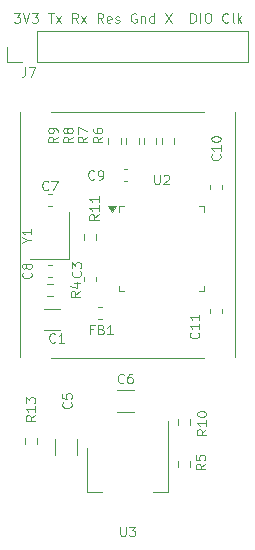
<source format=gbr>
%TF.GenerationSoftware,KiCad,Pcbnew,8.0.7-8.0.7-0~ubuntu22.04.1*%
%TF.CreationDate,2025-01-07T12:13:10+01:00*%
%TF.ProjectId,mcu_board,6d63755f-626f-4617-9264-2e6b69636164,rev?*%
%TF.SameCoordinates,Original*%
%TF.FileFunction,Legend,Top*%
%TF.FilePolarity,Positive*%
%FSLAX46Y46*%
G04 Gerber Fmt 4.6, Leading zero omitted, Abs format (unit mm)*
G04 Created by KiCad (PCBNEW 8.0.7-8.0.7-0~ubuntu22.04.1) date 2025-01-07 12:13:10*
%MOMM*%
%LPD*%
G01*
G04 APERTURE LIST*
%ADD10C,0.100000*%
%ADD11C,0.120000*%
G04 APERTURE END LIST*
D10*
X140384360Y-51363224D02*
X140898169Y-51363224D01*
X140898169Y-51363224D02*
X140621503Y-51679415D01*
X140621503Y-51679415D02*
X140740074Y-51679415D01*
X140740074Y-51679415D02*
X140819122Y-51718939D01*
X140819122Y-51718939D02*
X140858646Y-51758462D01*
X140858646Y-51758462D02*
X140898169Y-51837510D01*
X140898169Y-51837510D02*
X140898169Y-52035129D01*
X140898169Y-52035129D02*
X140858646Y-52114177D01*
X140858646Y-52114177D02*
X140819122Y-52153701D01*
X140819122Y-52153701D02*
X140740074Y-52193224D01*
X140740074Y-52193224D02*
X140502931Y-52193224D01*
X140502931Y-52193224D02*
X140423884Y-52153701D01*
X140423884Y-52153701D02*
X140384360Y-52114177D01*
X141135312Y-51363224D02*
X141411979Y-52193224D01*
X141411979Y-52193224D02*
X141688645Y-51363224D01*
X141886265Y-51363224D02*
X142400074Y-51363224D01*
X142400074Y-51363224D02*
X142123408Y-51679415D01*
X142123408Y-51679415D02*
X142241979Y-51679415D01*
X142241979Y-51679415D02*
X142321027Y-51718939D01*
X142321027Y-51718939D02*
X142360551Y-51758462D01*
X142360551Y-51758462D02*
X142400074Y-51837510D01*
X142400074Y-51837510D02*
X142400074Y-52035129D01*
X142400074Y-52035129D02*
X142360551Y-52114177D01*
X142360551Y-52114177D02*
X142321027Y-52153701D01*
X142321027Y-52153701D02*
X142241979Y-52193224D01*
X142241979Y-52193224D02*
X142004836Y-52193224D01*
X142004836Y-52193224D02*
X141925789Y-52153701D01*
X141925789Y-52153701D02*
X141886265Y-52114177D01*
X143269598Y-51363224D02*
X143743884Y-51363224D01*
X143506741Y-52193224D02*
X143506741Y-51363224D01*
X143941503Y-52193224D02*
X144376265Y-51639891D01*
X143941503Y-51639891D02*
X144376265Y-52193224D01*
X145799122Y-52193224D02*
X145522456Y-51797986D01*
X145324837Y-52193224D02*
X145324837Y-51363224D01*
X145324837Y-51363224D02*
X145641027Y-51363224D01*
X145641027Y-51363224D02*
X145720075Y-51402748D01*
X145720075Y-51402748D02*
X145759598Y-51442272D01*
X145759598Y-51442272D02*
X145799122Y-51521320D01*
X145799122Y-51521320D02*
X145799122Y-51639891D01*
X145799122Y-51639891D02*
X145759598Y-51718939D01*
X145759598Y-51718939D02*
X145720075Y-51758462D01*
X145720075Y-51758462D02*
X145641027Y-51797986D01*
X145641027Y-51797986D02*
X145324837Y-51797986D01*
X146075789Y-52193224D02*
X146510551Y-51639891D01*
X146075789Y-51639891D02*
X146510551Y-52193224D01*
X147933408Y-52193224D02*
X147656742Y-51797986D01*
X147459123Y-52193224D02*
X147459123Y-51363224D01*
X147459123Y-51363224D02*
X147775313Y-51363224D01*
X147775313Y-51363224D02*
X147854361Y-51402748D01*
X147854361Y-51402748D02*
X147893884Y-51442272D01*
X147893884Y-51442272D02*
X147933408Y-51521320D01*
X147933408Y-51521320D02*
X147933408Y-51639891D01*
X147933408Y-51639891D02*
X147893884Y-51718939D01*
X147893884Y-51718939D02*
X147854361Y-51758462D01*
X147854361Y-51758462D02*
X147775313Y-51797986D01*
X147775313Y-51797986D02*
X147459123Y-51797986D01*
X148605313Y-52153701D02*
X148526265Y-52193224D01*
X148526265Y-52193224D02*
X148368170Y-52193224D01*
X148368170Y-52193224D02*
X148289123Y-52153701D01*
X148289123Y-52153701D02*
X148249599Y-52074653D01*
X148249599Y-52074653D02*
X148249599Y-51758462D01*
X148249599Y-51758462D02*
X148289123Y-51679415D01*
X148289123Y-51679415D02*
X148368170Y-51639891D01*
X148368170Y-51639891D02*
X148526265Y-51639891D01*
X148526265Y-51639891D02*
X148605313Y-51679415D01*
X148605313Y-51679415D02*
X148644837Y-51758462D01*
X148644837Y-51758462D02*
X148644837Y-51837510D01*
X148644837Y-51837510D02*
X148249599Y-51916558D01*
X148961028Y-52153701D02*
X149040075Y-52193224D01*
X149040075Y-52193224D02*
X149198171Y-52193224D01*
X149198171Y-52193224D02*
X149277218Y-52153701D01*
X149277218Y-52153701D02*
X149316742Y-52074653D01*
X149316742Y-52074653D02*
X149316742Y-52035129D01*
X149316742Y-52035129D02*
X149277218Y-51956081D01*
X149277218Y-51956081D02*
X149198171Y-51916558D01*
X149198171Y-51916558D02*
X149079599Y-51916558D01*
X149079599Y-51916558D02*
X149000552Y-51877034D01*
X149000552Y-51877034D02*
X148961028Y-51797986D01*
X148961028Y-51797986D02*
X148961028Y-51758462D01*
X148961028Y-51758462D02*
X149000552Y-51679415D01*
X149000552Y-51679415D02*
X149079599Y-51639891D01*
X149079599Y-51639891D02*
X149198171Y-51639891D01*
X149198171Y-51639891D02*
X149277218Y-51679415D01*
X150739599Y-51402748D02*
X150660552Y-51363224D01*
X150660552Y-51363224D02*
X150541980Y-51363224D01*
X150541980Y-51363224D02*
X150423409Y-51402748D01*
X150423409Y-51402748D02*
X150344361Y-51481796D01*
X150344361Y-51481796D02*
X150304838Y-51560843D01*
X150304838Y-51560843D02*
X150265314Y-51718939D01*
X150265314Y-51718939D02*
X150265314Y-51837510D01*
X150265314Y-51837510D02*
X150304838Y-51995605D01*
X150304838Y-51995605D02*
X150344361Y-52074653D01*
X150344361Y-52074653D02*
X150423409Y-52153701D01*
X150423409Y-52153701D02*
X150541980Y-52193224D01*
X150541980Y-52193224D02*
X150621028Y-52193224D01*
X150621028Y-52193224D02*
X150739599Y-52153701D01*
X150739599Y-52153701D02*
X150779123Y-52114177D01*
X150779123Y-52114177D02*
X150779123Y-51837510D01*
X150779123Y-51837510D02*
X150621028Y-51837510D01*
X151134838Y-51639891D02*
X151134838Y-52193224D01*
X151134838Y-51718939D02*
X151174361Y-51679415D01*
X151174361Y-51679415D02*
X151253409Y-51639891D01*
X151253409Y-51639891D02*
X151371980Y-51639891D01*
X151371980Y-51639891D02*
X151451028Y-51679415D01*
X151451028Y-51679415D02*
X151490552Y-51758462D01*
X151490552Y-51758462D02*
X151490552Y-52193224D01*
X152241504Y-52193224D02*
X152241504Y-51363224D01*
X152241504Y-52153701D02*
X152162456Y-52193224D01*
X152162456Y-52193224D02*
X152004361Y-52193224D01*
X152004361Y-52193224D02*
X151925313Y-52153701D01*
X151925313Y-52153701D02*
X151885790Y-52114177D01*
X151885790Y-52114177D02*
X151846266Y-52035129D01*
X151846266Y-52035129D02*
X151846266Y-51797986D01*
X151846266Y-51797986D02*
X151885790Y-51718939D01*
X151885790Y-51718939D02*
X151925313Y-51679415D01*
X151925313Y-51679415D02*
X152004361Y-51639891D01*
X152004361Y-51639891D02*
X152162456Y-51639891D01*
X152162456Y-51639891D02*
X152241504Y-51679415D01*
X153190075Y-51363224D02*
X153743408Y-52193224D01*
X153743408Y-51363224D02*
X153190075Y-52193224D01*
X155324361Y-52193224D02*
X155324361Y-51363224D01*
X155324361Y-51363224D02*
X155521980Y-51363224D01*
X155521980Y-51363224D02*
X155640551Y-51402748D01*
X155640551Y-51402748D02*
X155719599Y-51481796D01*
X155719599Y-51481796D02*
X155759122Y-51560843D01*
X155759122Y-51560843D02*
X155798646Y-51718939D01*
X155798646Y-51718939D02*
X155798646Y-51837510D01*
X155798646Y-51837510D02*
X155759122Y-51995605D01*
X155759122Y-51995605D02*
X155719599Y-52074653D01*
X155719599Y-52074653D02*
X155640551Y-52153701D01*
X155640551Y-52153701D02*
X155521980Y-52193224D01*
X155521980Y-52193224D02*
X155324361Y-52193224D01*
X156154361Y-52193224D02*
X156154361Y-51363224D01*
X156707694Y-51363224D02*
X156865789Y-51363224D01*
X156865789Y-51363224D02*
X156944837Y-51402748D01*
X156944837Y-51402748D02*
X157023884Y-51481796D01*
X157023884Y-51481796D02*
X157063408Y-51639891D01*
X157063408Y-51639891D02*
X157063408Y-51916558D01*
X157063408Y-51916558D02*
X157023884Y-52074653D01*
X157023884Y-52074653D02*
X156944837Y-52153701D01*
X156944837Y-52153701D02*
X156865789Y-52193224D01*
X156865789Y-52193224D02*
X156707694Y-52193224D01*
X156707694Y-52193224D02*
X156628646Y-52153701D01*
X156628646Y-52153701D02*
X156549599Y-52074653D01*
X156549599Y-52074653D02*
X156510075Y-51916558D01*
X156510075Y-51916558D02*
X156510075Y-51639891D01*
X156510075Y-51639891D02*
X156549599Y-51481796D01*
X156549599Y-51481796D02*
X156628646Y-51402748D01*
X156628646Y-51402748D02*
X156707694Y-51363224D01*
X158525789Y-52114177D02*
X158486265Y-52153701D01*
X158486265Y-52153701D02*
X158367694Y-52193224D01*
X158367694Y-52193224D02*
X158288646Y-52193224D01*
X158288646Y-52193224D02*
X158170075Y-52153701D01*
X158170075Y-52153701D02*
X158091027Y-52074653D01*
X158091027Y-52074653D02*
X158051504Y-51995605D01*
X158051504Y-51995605D02*
X158011980Y-51837510D01*
X158011980Y-51837510D02*
X158011980Y-51718939D01*
X158011980Y-51718939D02*
X158051504Y-51560843D01*
X158051504Y-51560843D02*
X158091027Y-51481796D01*
X158091027Y-51481796D02*
X158170075Y-51402748D01*
X158170075Y-51402748D02*
X158288646Y-51363224D01*
X158288646Y-51363224D02*
X158367694Y-51363224D01*
X158367694Y-51363224D02*
X158486265Y-51402748D01*
X158486265Y-51402748D02*
X158525789Y-51442272D01*
X159000075Y-52193224D02*
X158921027Y-52153701D01*
X158921027Y-52153701D02*
X158881504Y-52074653D01*
X158881504Y-52074653D02*
X158881504Y-51363224D01*
X159316266Y-52193224D02*
X159316266Y-51363224D01*
X159395313Y-51877034D02*
X159632456Y-52193224D01*
X159632456Y-51639891D02*
X159316266Y-51956081D01*
X142164895Y-85414285D02*
X141783942Y-85680952D01*
X142164895Y-85871428D02*
X141364895Y-85871428D01*
X141364895Y-85871428D02*
X141364895Y-85566666D01*
X141364895Y-85566666D02*
X141402990Y-85490476D01*
X141402990Y-85490476D02*
X141441085Y-85452381D01*
X141441085Y-85452381D02*
X141517276Y-85414285D01*
X141517276Y-85414285D02*
X141631561Y-85414285D01*
X141631561Y-85414285D02*
X141707752Y-85452381D01*
X141707752Y-85452381D02*
X141745847Y-85490476D01*
X141745847Y-85490476D02*
X141783942Y-85566666D01*
X141783942Y-85566666D02*
X141783942Y-85871428D01*
X142164895Y-84652381D02*
X142164895Y-85109524D01*
X142164895Y-84880952D02*
X141364895Y-84880952D01*
X141364895Y-84880952D02*
X141479180Y-84957143D01*
X141479180Y-84957143D02*
X141555371Y-85033333D01*
X141555371Y-85033333D02*
X141593466Y-85109524D01*
X141364895Y-84385714D02*
X141364895Y-83890476D01*
X141364895Y-83890476D02*
X141669657Y-84157142D01*
X141669657Y-84157142D02*
X141669657Y-84042857D01*
X141669657Y-84042857D02*
X141707752Y-83966666D01*
X141707752Y-83966666D02*
X141745847Y-83928571D01*
X141745847Y-83928571D02*
X141822038Y-83890476D01*
X141822038Y-83890476D02*
X142012514Y-83890476D01*
X142012514Y-83890476D02*
X142088704Y-83928571D01*
X142088704Y-83928571D02*
X142126800Y-83966666D01*
X142126800Y-83966666D02*
X142164895Y-84042857D01*
X142164895Y-84042857D02*
X142164895Y-84271428D01*
X142164895Y-84271428D02*
X142126800Y-84347619D01*
X142126800Y-84347619D02*
X142088704Y-84385714D01*
X147166667Y-65388704D02*
X147128571Y-65426800D01*
X147128571Y-65426800D02*
X147014286Y-65464895D01*
X147014286Y-65464895D02*
X146938095Y-65464895D01*
X146938095Y-65464895D02*
X146823809Y-65426800D01*
X146823809Y-65426800D02*
X146747619Y-65350609D01*
X146747619Y-65350609D02*
X146709524Y-65274419D01*
X146709524Y-65274419D02*
X146671428Y-65122038D01*
X146671428Y-65122038D02*
X146671428Y-65007752D01*
X146671428Y-65007752D02*
X146709524Y-64855371D01*
X146709524Y-64855371D02*
X146747619Y-64779180D01*
X146747619Y-64779180D02*
X146823809Y-64702990D01*
X146823809Y-64702990D02*
X146938095Y-64664895D01*
X146938095Y-64664895D02*
X147014286Y-64664895D01*
X147014286Y-64664895D02*
X147128571Y-64702990D01*
X147128571Y-64702990D02*
X147166667Y-64741085D01*
X147547619Y-65464895D02*
X147700000Y-65464895D01*
X147700000Y-65464895D02*
X147776190Y-65426800D01*
X147776190Y-65426800D02*
X147814286Y-65388704D01*
X147814286Y-65388704D02*
X147890476Y-65274419D01*
X147890476Y-65274419D02*
X147928571Y-65122038D01*
X147928571Y-65122038D02*
X147928571Y-64817276D01*
X147928571Y-64817276D02*
X147890476Y-64741085D01*
X147890476Y-64741085D02*
X147852381Y-64702990D01*
X147852381Y-64702990D02*
X147776190Y-64664895D01*
X147776190Y-64664895D02*
X147623809Y-64664895D01*
X147623809Y-64664895D02*
X147547619Y-64702990D01*
X147547619Y-64702990D02*
X147509524Y-64741085D01*
X147509524Y-64741085D02*
X147471428Y-64817276D01*
X147471428Y-64817276D02*
X147471428Y-65007752D01*
X147471428Y-65007752D02*
X147509524Y-65083942D01*
X147509524Y-65083942D02*
X147547619Y-65122038D01*
X147547619Y-65122038D02*
X147623809Y-65160133D01*
X147623809Y-65160133D02*
X147776190Y-65160133D01*
X147776190Y-65160133D02*
X147852381Y-65122038D01*
X147852381Y-65122038D02*
X147890476Y-65083942D01*
X147890476Y-65083942D02*
X147928571Y-65007752D01*
X144064895Y-61833332D02*
X143683942Y-62099999D01*
X144064895Y-62290475D02*
X143264895Y-62290475D01*
X143264895Y-62290475D02*
X143264895Y-61985713D01*
X143264895Y-61985713D02*
X143302990Y-61909523D01*
X143302990Y-61909523D02*
X143341085Y-61871428D01*
X143341085Y-61871428D02*
X143417276Y-61833332D01*
X143417276Y-61833332D02*
X143531561Y-61833332D01*
X143531561Y-61833332D02*
X143607752Y-61871428D01*
X143607752Y-61871428D02*
X143645847Y-61909523D01*
X143645847Y-61909523D02*
X143683942Y-61985713D01*
X143683942Y-61985713D02*
X143683942Y-62290475D01*
X144064895Y-61452380D02*
X144064895Y-61299999D01*
X144064895Y-61299999D02*
X144026800Y-61223809D01*
X144026800Y-61223809D02*
X143988704Y-61185713D01*
X143988704Y-61185713D02*
X143874419Y-61109523D01*
X143874419Y-61109523D02*
X143722038Y-61071428D01*
X143722038Y-61071428D02*
X143417276Y-61071428D01*
X143417276Y-61071428D02*
X143341085Y-61109523D01*
X143341085Y-61109523D02*
X143302990Y-61147618D01*
X143302990Y-61147618D02*
X143264895Y-61223809D01*
X143264895Y-61223809D02*
X143264895Y-61376190D01*
X143264895Y-61376190D02*
X143302990Y-61452380D01*
X143302990Y-61452380D02*
X143341085Y-61490475D01*
X143341085Y-61490475D02*
X143417276Y-61528571D01*
X143417276Y-61528571D02*
X143607752Y-61528571D01*
X143607752Y-61528571D02*
X143683942Y-61490475D01*
X143683942Y-61490475D02*
X143722038Y-61452380D01*
X143722038Y-61452380D02*
X143760133Y-61376190D01*
X143760133Y-61376190D02*
X143760133Y-61223809D01*
X143760133Y-61223809D02*
X143722038Y-61147618D01*
X143722038Y-61147618D02*
X143683942Y-61109523D01*
X143683942Y-61109523D02*
X143607752Y-61071428D01*
X147864895Y-61833332D02*
X147483942Y-62099999D01*
X147864895Y-62290475D02*
X147064895Y-62290475D01*
X147064895Y-62290475D02*
X147064895Y-61985713D01*
X147064895Y-61985713D02*
X147102990Y-61909523D01*
X147102990Y-61909523D02*
X147141085Y-61871428D01*
X147141085Y-61871428D02*
X147217276Y-61833332D01*
X147217276Y-61833332D02*
X147331561Y-61833332D01*
X147331561Y-61833332D02*
X147407752Y-61871428D01*
X147407752Y-61871428D02*
X147445847Y-61909523D01*
X147445847Y-61909523D02*
X147483942Y-61985713D01*
X147483942Y-61985713D02*
X147483942Y-62290475D01*
X147064895Y-61147618D02*
X147064895Y-61299999D01*
X147064895Y-61299999D02*
X147102990Y-61376190D01*
X147102990Y-61376190D02*
X147141085Y-61414285D01*
X147141085Y-61414285D02*
X147255371Y-61490475D01*
X147255371Y-61490475D02*
X147407752Y-61528571D01*
X147407752Y-61528571D02*
X147712514Y-61528571D01*
X147712514Y-61528571D02*
X147788704Y-61490475D01*
X147788704Y-61490475D02*
X147826800Y-61452380D01*
X147826800Y-61452380D02*
X147864895Y-61376190D01*
X147864895Y-61376190D02*
X147864895Y-61223809D01*
X147864895Y-61223809D02*
X147826800Y-61147618D01*
X147826800Y-61147618D02*
X147788704Y-61109523D01*
X147788704Y-61109523D02*
X147712514Y-61071428D01*
X147712514Y-61071428D02*
X147522038Y-61071428D01*
X147522038Y-61071428D02*
X147445847Y-61109523D01*
X147445847Y-61109523D02*
X147407752Y-61147618D01*
X147407752Y-61147618D02*
X147369657Y-61223809D01*
X147369657Y-61223809D02*
X147369657Y-61376190D01*
X147369657Y-61376190D02*
X147407752Y-61452380D01*
X147407752Y-61452380D02*
X147445847Y-61490475D01*
X147445847Y-61490475D02*
X147522038Y-61528571D01*
X157788704Y-63314285D02*
X157826800Y-63352381D01*
X157826800Y-63352381D02*
X157864895Y-63466666D01*
X157864895Y-63466666D02*
X157864895Y-63542857D01*
X157864895Y-63542857D02*
X157826800Y-63657143D01*
X157826800Y-63657143D02*
X157750609Y-63733333D01*
X157750609Y-63733333D02*
X157674419Y-63771428D01*
X157674419Y-63771428D02*
X157522038Y-63809524D01*
X157522038Y-63809524D02*
X157407752Y-63809524D01*
X157407752Y-63809524D02*
X157255371Y-63771428D01*
X157255371Y-63771428D02*
X157179180Y-63733333D01*
X157179180Y-63733333D02*
X157102990Y-63657143D01*
X157102990Y-63657143D02*
X157064895Y-63542857D01*
X157064895Y-63542857D02*
X157064895Y-63466666D01*
X157064895Y-63466666D02*
X157102990Y-63352381D01*
X157102990Y-63352381D02*
X157141085Y-63314285D01*
X157864895Y-62552381D02*
X157864895Y-63009524D01*
X157864895Y-62780952D02*
X157064895Y-62780952D01*
X157064895Y-62780952D02*
X157179180Y-62857143D01*
X157179180Y-62857143D02*
X157255371Y-62933333D01*
X157255371Y-62933333D02*
X157293466Y-63009524D01*
X157064895Y-62057142D02*
X157064895Y-61980952D01*
X157064895Y-61980952D02*
X157102990Y-61904761D01*
X157102990Y-61904761D02*
X157141085Y-61866666D01*
X157141085Y-61866666D02*
X157217276Y-61828571D01*
X157217276Y-61828571D02*
X157369657Y-61790476D01*
X157369657Y-61790476D02*
X157560133Y-61790476D01*
X157560133Y-61790476D02*
X157712514Y-61828571D01*
X157712514Y-61828571D02*
X157788704Y-61866666D01*
X157788704Y-61866666D02*
X157826800Y-61904761D01*
X157826800Y-61904761D02*
X157864895Y-61980952D01*
X157864895Y-61980952D02*
X157864895Y-62057142D01*
X157864895Y-62057142D02*
X157826800Y-62133333D01*
X157826800Y-62133333D02*
X157788704Y-62171428D01*
X157788704Y-62171428D02*
X157712514Y-62209523D01*
X157712514Y-62209523D02*
X157560133Y-62247619D01*
X157560133Y-62247619D02*
X157369657Y-62247619D01*
X157369657Y-62247619D02*
X157217276Y-62209523D01*
X157217276Y-62209523D02*
X157141085Y-62171428D01*
X157141085Y-62171428D02*
X157102990Y-62133333D01*
X157102990Y-62133333D02*
X157064895Y-62057142D01*
X145364895Y-61833332D02*
X144983942Y-62099999D01*
X145364895Y-62290475D02*
X144564895Y-62290475D01*
X144564895Y-62290475D02*
X144564895Y-61985713D01*
X144564895Y-61985713D02*
X144602990Y-61909523D01*
X144602990Y-61909523D02*
X144641085Y-61871428D01*
X144641085Y-61871428D02*
X144717276Y-61833332D01*
X144717276Y-61833332D02*
X144831561Y-61833332D01*
X144831561Y-61833332D02*
X144907752Y-61871428D01*
X144907752Y-61871428D02*
X144945847Y-61909523D01*
X144945847Y-61909523D02*
X144983942Y-61985713D01*
X144983942Y-61985713D02*
X144983942Y-62290475D01*
X144907752Y-61376190D02*
X144869657Y-61452380D01*
X144869657Y-61452380D02*
X144831561Y-61490475D01*
X144831561Y-61490475D02*
X144755371Y-61528571D01*
X144755371Y-61528571D02*
X144717276Y-61528571D01*
X144717276Y-61528571D02*
X144641085Y-61490475D01*
X144641085Y-61490475D02*
X144602990Y-61452380D01*
X144602990Y-61452380D02*
X144564895Y-61376190D01*
X144564895Y-61376190D02*
X144564895Y-61223809D01*
X144564895Y-61223809D02*
X144602990Y-61147618D01*
X144602990Y-61147618D02*
X144641085Y-61109523D01*
X144641085Y-61109523D02*
X144717276Y-61071428D01*
X144717276Y-61071428D02*
X144755371Y-61071428D01*
X144755371Y-61071428D02*
X144831561Y-61109523D01*
X144831561Y-61109523D02*
X144869657Y-61147618D01*
X144869657Y-61147618D02*
X144907752Y-61223809D01*
X144907752Y-61223809D02*
X144907752Y-61376190D01*
X144907752Y-61376190D02*
X144945847Y-61452380D01*
X144945847Y-61452380D02*
X144983942Y-61490475D01*
X144983942Y-61490475D02*
X145060133Y-61528571D01*
X145060133Y-61528571D02*
X145212514Y-61528571D01*
X145212514Y-61528571D02*
X145288704Y-61490475D01*
X145288704Y-61490475D02*
X145326800Y-61452380D01*
X145326800Y-61452380D02*
X145364895Y-61376190D01*
X145364895Y-61376190D02*
X145364895Y-61223809D01*
X145364895Y-61223809D02*
X145326800Y-61147618D01*
X145326800Y-61147618D02*
X145288704Y-61109523D01*
X145288704Y-61109523D02*
X145212514Y-61071428D01*
X145212514Y-61071428D02*
X145060133Y-61071428D01*
X145060133Y-61071428D02*
X144983942Y-61109523D01*
X144983942Y-61109523D02*
X144945847Y-61147618D01*
X144945847Y-61147618D02*
X144907752Y-61223809D01*
X147083333Y-78145847D02*
X146816667Y-78145847D01*
X146816667Y-78564895D02*
X146816667Y-77764895D01*
X146816667Y-77764895D02*
X147197619Y-77764895D01*
X147769047Y-78145847D02*
X147883333Y-78183942D01*
X147883333Y-78183942D02*
X147921428Y-78222038D01*
X147921428Y-78222038D02*
X147959524Y-78298228D01*
X147959524Y-78298228D02*
X147959524Y-78412514D01*
X147959524Y-78412514D02*
X147921428Y-78488704D01*
X147921428Y-78488704D02*
X147883333Y-78526800D01*
X147883333Y-78526800D02*
X147807143Y-78564895D01*
X147807143Y-78564895D02*
X147502381Y-78564895D01*
X147502381Y-78564895D02*
X147502381Y-77764895D01*
X147502381Y-77764895D02*
X147769047Y-77764895D01*
X147769047Y-77764895D02*
X147845238Y-77802990D01*
X147845238Y-77802990D02*
X147883333Y-77841085D01*
X147883333Y-77841085D02*
X147921428Y-77917276D01*
X147921428Y-77917276D02*
X147921428Y-77993466D01*
X147921428Y-77993466D02*
X147883333Y-78069657D01*
X147883333Y-78069657D02*
X147845238Y-78107752D01*
X147845238Y-78107752D02*
X147769047Y-78145847D01*
X147769047Y-78145847D02*
X147502381Y-78145847D01*
X148721428Y-78564895D02*
X148264285Y-78564895D01*
X148492857Y-78564895D02*
X148492857Y-77764895D01*
X148492857Y-77764895D02*
X148416666Y-77879180D01*
X148416666Y-77879180D02*
X148340476Y-77955371D01*
X148340476Y-77955371D02*
X148264285Y-77993466D01*
X149390476Y-94864895D02*
X149390476Y-95512514D01*
X149390476Y-95512514D02*
X149428571Y-95588704D01*
X149428571Y-95588704D02*
X149466666Y-95626800D01*
X149466666Y-95626800D02*
X149542857Y-95664895D01*
X149542857Y-95664895D02*
X149695238Y-95664895D01*
X149695238Y-95664895D02*
X149771428Y-95626800D01*
X149771428Y-95626800D02*
X149809523Y-95588704D01*
X149809523Y-95588704D02*
X149847619Y-95512514D01*
X149847619Y-95512514D02*
X149847619Y-94864895D01*
X150152380Y-94864895D02*
X150647618Y-94864895D01*
X150647618Y-94864895D02*
X150380952Y-95169657D01*
X150380952Y-95169657D02*
X150495237Y-95169657D01*
X150495237Y-95169657D02*
X150571428Y-95207752D01*
X150571428Y-95207752D02*
X150609523Y-95245847D01*
X150609523Y-95245847D02*
X150647618Y-95322038D01*
X150647618Y-95322038D02*
X150647618Y-95512514D01*
X150647618Y-95512514D02*
X150609523Y-95588704D01*
X150609523Y-95588704D02*
X150571428Y-95626800D01*
X150571428Y-95626800D02*
X150495237Y-95664895D01*
X150495237Y-95664895D02*
X150266666Y-95664895D01*
X150266666Y-95664895D02*
X150190475Y-95626800D01*
X150190475Y-95626800D02*
X150152380Y-95588704D01*
X143866667Y-79188704D02*
X143828571Y-79226800D01*
X143828571Y-79226800D02*
X143714286Y-79264895D01*
X143714286Y-79264895D02*
X143638095Y-79264895D01*
X143638095Y-79264895D02*
X143523809Y-79226800D01*
X143523809Y-79226800D02*
X143447619Y-79150609D01*
X143447619Y-79150609D02*
X143409524Y-79074419D01*
X143409524Y-79074419D02*
X143371428Y-78922038D01*
X143371428Y-78922038D02*
X143371428Y-78807752D01*
X143371428Y-78807752D02*
X143409524Y-78655371D01*
X143409524Y-78655371D02*
X143447619Y-78579180D01*
X143447619Y-78579180D02*
X143523809Y-78502990D01*
X143523809Y-78502990D02*
X143638095Y-78464895D01*
X143638095Y-78464895D02*
X143714286Y-78464895D01*
X143714286Y-78464895D02*
X143828571Y-78502990D01*
X143828571Y-78502990D02*
X143866667Y-78541085D01*
X144628571Y-79264895D02*
X144171428Y-79264895D01*
X144400000Y-79264895D02*
X144400000Y-78464895D01*
X144400000Y-78464895D02*
X144323809Y-78579180D01*
X144323809Y-78579180D02*
X144247619Y-78655371D01*
X144247619Y-78655371D02*
X144171428Y-78693466D01*
X141788704Y-73333332D02*
X141826800Y-73371428D01*
X141826800Y-73371428D02*
X141864895Y-73485713D01*
X141864895Y-73485713D02*
X141864895Y-73561904D01*
X141864895Y-73561904D02*
X141826800Y-73676190D01*
X141826800Y-73676190D02*
X141750609Y-73752380D01*
X141750609Y-73752380D02*
X141674419Y-73790475D01*
X141674419Y-73790475D02*
X141522038Y-73828571D01*
X141522038Y-73828571D02*
X141407752Y-73828571D01*
X141407752Y-73828571D02*
X141255371Y-73790475D01*
X141255371Y-73790475D02*
X141179180Y-73752380D01*
X141179180Y-73752380D02*
X141102990Y-73676190D01*
X141102990Y-73676190D02*
X141064895Y-73561904D01*
X141064895Y-73561904D02*
X141064895Y-73485713D01*
X141064895Y-73485713D02*
X141102990Y-73371428D01*
X141102990Y-73371428D02*
X141141085Y-73333332D01*
X141407752Y-72876190D02*
X141369657Y-72952380D01*
X141369657Y-72952380D02*
X141331561Y-72990475D01*
X141331561Y-72990475D02*
X141255371Y-73028571D01*
X141255371Y-73028571D02*
X141217276Y-73028571D01*
X141217276Y-73028571D02*
X141141085Y-72990475D01*
X141141085Y-72990475D02*
X141102990Y-72952380D01*
X141102990Y-72952380D02*
X141064895Y-72876190D01*
X141064895Y-72876190D02*
X141064895Y-72723809D01*
X141064895Y-72723809D02*
X141102990Y-72647618D01*
X141102990Y-72647618D02*
X141141085Y-72609523D01*
X141141085Y-72609523D02*
X141217276Y-72571428D01*
X141217276Y-72571428D02*
X141255371Y-72571428D01*
X141255371Y-72571428D02*
X141331561Y-72609523D01*
X141331561Y-72609523D02*
X141369657Y-72647618D01*
X141369657Y-72647618D02*
X141407752Y-72723809D01*
X141407752Y-72723809D02*
X141407752Y-72876190D01*
X141407752Y-72876190D02*
X141445847Y-72952380D01*
X141445847Y-72952380D02*
X141483942Y-72990475D01*
X141483942Y-72990475D02*
X141560133Y-73028571D01*
X141560133Y-73028571D02*
X141712514Y-73028571D01*
X141712514Y-73028571D02*
X141788704Y-72990475D01*
X141788704Y-72990475D02*
X141826800Y-72952380D01*
X141826800Y-72952380D02*
X141864895Y-72876190D01*
X141864895Y-72876190D02*
X141864895Y-72723809D01*
X141864895Y-72723809D02*
X141826800Y-72647618D01*
X141826800Y-72647618D02*
X141788704Y-72609523D01*
X141788704Y-72609523D02*
X141712514Y-72571428D01*
X141712514Y-72571428D02*
X141560133Y-72571428D01*
X141560133Y-72571428D02*
X141483942Y-72609523D01*
X141483942Y-72609523D02*
X141445847Y-72647618D01*
X141445847Y-72647618D02*
X141407752Y-72723809D01*
X146564895Y-61833332D02*
X146183942Y-62099999D01*
X146564895Y-62290475D02*
X145764895Y-62290475D01*
X145764895Y-62290475D02*
X145764895Y-61985713D01*
X145764895Y-61985713D02*
X145802990Y-61909523D01*
X145802990Y-61909523D02*
X145841085Y-61871428D01*
X145841085Y-61871428D02*
X145917276Y-61833332D01*
X145917276Y-61833332D02*
X146031561Y-61833332D01*
X146031561Y-61833332D02*
X146107752Y-61871428D01*
X146107752Y-61871428D02*
X146145847Y-61909523D01*
X146145847Y-61909523D02*
X146183942Y-61985713D01*
X146183942Y-61985713D02*
X146183942Y-62290475D01*
X145764895Y-61566666D02*
X145764895Y-61033332D01*
X145764895Y-61033332D02*
X146564895Y-61376190D01*
X141471442Y-70602826D02*
X141852395Y-70602826D01*
X141052395Y-70869493D02*
X141471442Y-70602826D01*
X141471442Y-70602826D02*
X141052395Y-70336160D01*
X141852395Y-69650446D02*
X141852395Y-70107589D01*
X141852395Y-69879017D02*
X141052395Y-69879017D01*
X141052395Y-69879017D02*
X141166680Y-69955208D01*
X141166680Y-69955208D02*
X141242871Y-70031398D01*
X141242871Y-70031398D02*
X141280966Y-70107589D01*
X141333333Y-55964895D02*
X141333333Y-56536323D01*
X141333333Y-56536323D02*
X141295238Y-56650609D01*
X141295238Y-56650609D02*
X141219047Y-56726800D01*
X141219047Y-56726800D02*
X141104762Y-56764895D01*
X141104762Y-56764895D02*
X141028571Y-56764895D01*
X141638095Y-55964895D02*
X142171429Y-55964895D01*
X142171429Y-55964895D02*
X141828571Y-56764895D01*
X147564895Y-68414285D02*
X147183942Y-68680952D01*
X147564895Y-68871428D02*
X146764895Y-68871428D01*
X146764895Y-68871428D02*
X146764895Y-68566666D01*
X146764895Y-68566666D02*
X146802990Y-68490476D01*
X146802990Y-68490476D02*
X146841085Y-68452381D01*
X146841085Y-68452381D02*
X146917276Y-68414285D01*
X146917276Y-68414285D02*
X147031561Y-68414285D01*
X147031561Y-68414285D02*
X147107752Y-68452381D01*
X147107752Y-68452381D02*
X147145847Y-68490476D01*
X147145847Y-68490476D02*
X147183942Y-68566666D01*
X147183942Y-68566666D02*
X147183942Y-68871428D01*
X147564895Y-67652381D02*
X147564895Y-68109524D01*
X147564895Y-67880952D02*
X146764895Y-67880952D01*
X146764895Y-67880952D02*
X146879180Y-67957143D01*
X146879180Y-67957143D02*
X146955371Y-68033333D01*
X146955371Y-68033333D02*
X146993466Y-68109524D01*
X147564895Y-66890476D02*
X147564895Y-67347619D01*
X147564895Y-67119047D02*
X146764895Y-67119047D01*
X146764895Y-67119047D02*
X146879180Y-67195238D01*
X146879180Y-67195238D02*
X146955371Y-67271428D01*
X146955371Y-67271428D02*
X146993466Y-67347619D01*
X152246726Y-65043020D02*
X152246726Y-65690639D01*
X152246726Y-65690639D02*
X152284821Y-65766829D01*
X152284821Y-65766829D02*
X152322916Y-65804925D01*
X152322916Y-65804925D02*
X152399107Y-65843020D01*
X152399107Y-65843020D02*
X152551488Y-65843020D01*
X152551488Y-65843020D02*
X152627678Y-65804925D01*
X152627678Y-65804925D02*
X152665773Y-65766829D01*
X152665773Y-65766829D02*
X152703869Y-65690639D01*
X152703869Y-65690639D02*
X152703869Y-65043020D01*
X153046725Y-65119210D02*
X153084821Y-65081115D01*
X153084821Y-65081115D02*
X153161011Y-65043020D01*
X153161011Y-65043020D02*
X153351487Y-65043020D01*
X153351487Y-65043020D02*
X153427678Y-65081115D01*
X153427678Y-65081115D02*
X153465773Y-65119210D01*
X153465773Y-65119210D02*
X153503868Y-65195401D01*
X153503868Y-65195401D02*
X153503868Y-65271591D01*
X153503868Y-65271591D02*
X153465773Y-65385877D01*
X153465773Y-65385877D02*
X153008630Y-65843020D01*
X153008630Y-65843020D02*
X153503868Y-65843020D01*
X145964895Y-74933332D02*
X145583942Y-75199999D01*
X145964895Y-75390475D02*
X145164895Y-75390475D01*
X145164895Y-75390475D02*
X145164895Y-75085713D01*
X145164895Y-75085713D02*
X145202990Y-75009523D01*
X145202990Y-75009523D02*
X145241085Y-74971428D01*
X145241085Y-74971428D02*
X145317276Y-74933332D01*
X145317276Y-74933332D02*
X145431561Y-74933332D01*
X145431561Y-74933332D02*
X145507752Y-74971428D01*
X145507752Y-74971428D02*
X145545847Y-75009523D01*
X145545847Y-75009523D02*
X145583942Y-75085713D01*
X145583942Y-75085713D02*
X145583942Y-75390475D01*
X145431561Y-74247618D02*
X145964895Y-74247618D01*
X145126800Y-74438094D02*
X145698228Y-74628571D01*
X145698228Y-74628571D02*
X145698228Y-74133332D01*
X145188704Y-84333332D02*
X145226800Y-84371428D01*
X145226800Y-84371428D02*
X145264895Y-84485713D01*
X145264895Y-84485713D02*
X145264895Y-84561904D01*
X145264895Y-84561904D02*
X145226800Y-84676190D01*
X145226800Y-84676190D02*
X145150609Y-84752380D01*
X145150609Y-84752380D02*
X145074419Y-84790475D01*
X145074419Y-84790475D02*
X144922038Y-84828571D01*
X144922038Y-84828571D02*
X144807752Y-84828571D01*
X144807752Y-84828571D02*
X144655371Y-84790475D01*
X144655371Y-84790475D02*
X144579180Y-84752380D01*
X144579180Y-84752380D02*
X144502990Y-84676190D01*
X144502990Y-84676190D02*
X144464895Y-84561904D01*
X144464895Y-84561904D02*
X144464895Y-84485713D01*
X144464895Y-84485713D02*
X144502990Y-84371428D01*
X144502990Y-84371428D02*
X144541085Y-84333332D01*
X144464895Y-83609523D02*
X144464895Y-83990475D01*
X144464895Y-83990475D02*
X144845847Y-84028571D01*
X144845847Y-84028571D02*
X144807752Y-83990475D01*
X144807752Y-83990475D02*
X144769657Y-83914285D01*
X144769657Y-83914285D02*
X144769657Y-83723809D01*
X144769657Y-83723809D02*
X144807752Y-83647618D01*
X144807752Y-83647618D02*
X144845847Y-83609523D01*
X144845847Y-83609523D02*
X144922038Y-83571428D01*
X144922038Y-83571428D02*
X145112514Y-83571428D01*
X145112514Y-83571428D02*
X145188704Y-83609523D01*
X145188704Y-83609523D02*
X145226800Y-83647618D01*
X145226800Y-83647618D02*
X145264895Y-83723809D01*
X145264895Y-83723809D02*
X145264895Y-83914285D01*
X145264895Y-83914285D02*
X145226800Y-83990475D01*
X145226800Y-83990475D02*
X145188704Y-84028571D01*
X155988704Y-78414285D02*
X156026800Y-78452381D01*
X156026800Y-78452381D02*
X156064895Y-78566666D01*
X156064895Y-78566666D02*
X156064895Y-78642857D01*
X156064895Y-78642857D02*
X156026800Y-78757143D01*
X156026800Y-78757143D02*
X155950609Y-78833333D01*
X155950609Y-78833333D02*
X155874419Y-78871428D01*
X155874419Y-78871428D02*
X155722038Y-78909524D01*
X155722038Y-78909524D02*
X155607752Y-78909524D01*
X155607752Y-78909524D02*
X155455371Y-78871428D01*
X155455371Y-78871428D02*
X155379180Y-78833333D01*
X155379180Y-78833333D02*
X155302990Y-78757143D01*
X155302990Y-78757143D02*
X155264895Y-78642857D01*
X155264895Y-78642857D02*
X155264895Y-78566666D01*
X155264895Y-78566666D02*
X155302990Y-78452381D01*
X155302990Y-78452381D02*
X155341085Y-78414285D01*
X156064895Y-77652381D02*
X156064895Y-78109524D01*
X156064895Y-77880952D02*
X155264895Y-77880952D01*
X155264895Y-77880952D02*
X155379180Y-77957143D01*
X155379180Y-77957143D02*
X155455371Y-78033333D01*
X155455371Y-78033333D02*
X155493466Y-78109524D01*
X156064895Y-76890476D02*
X156064895Y-77347619D01*
X156064895Y-77119047D02*
X155264895Y-77119047D01*
X155264895Y-77119047D02*
X155379180Y-77195238D01*
X155379180Y-77195238D02*
X155455371Y-77271428D01*
X155455371Y-77271428D02*
X155493466Y-77347619D01*
X145988704Y-73233332D02*
X146026800Y-73271428D01*
X146026800Y-73271428D02*
X146064895Y-73385713D01*
X146064895Y-73385713D02*
X146064895Y-73461904D01*
X146064895Y-73461904D02*
X146026800Y-73576190D01*
X146026800Y-73576190D02*
X145950609Y-73652380D01*
X145950609Y-73652380D02*
X145874419Y-73690475D01*
X145874419Y-73690475D02*
X145722038Y-73728571D01*
X145722038Y-73728571D02*
X145607752Y-73728571D01*
X145607752Y-73728571D02*
X145455371Y-73690475D01*
X145455371Y-73690475D02*
X145379180Y-73652380D01*
X145379180Y-73652380D02*
X145302990Y-73576190D01*
X145302990Y-73576190D02*
X145264895Y-73461904D01*
X145264895Y-73461904D02*
X145264895Y-73385713D01*
X145264895Y-73385713D02*
X145302990Y-73271428D01*
X145302990Y-73271428D02*
X145341085Y-73233332D01*
X145264895Y-72966666D02*
X145264895Y-72471428D01*
X145264895Y-72471428D02*
X145569657Y-72738094D01*
X145569657Y-72738094D02*
X145569657Y-72623809D01*
X145569657Y-72623809D02*
X145607752Y-72547618D01*
X145607752Y-72547618D02*
X145645847Y-72509523D01*
X145645847Y-72509523D02*
X145722038Y-72471428D01*
X145722038Y-72471428D02*
X145912514Y-72471428D01*
X145912514Y-72471428D02*
X145988704Y-72509523D01*
X145988704Y-72509523D02*
X146026800Y-72547618D01*
X146026800Y-72547618D02*
X146064895Y-72623809D01*
X146064895Y-72623809D02*
X146064895Y-72852380D01*
X146064895Y-72852380D02*
X146026800Y-72928571D01*
X146026800Y-72928571D02*
X145988704Y-72966666D01*
X156564895Y-89533332D02*
X156183942Y-89799999D01*
X156564895Y-89990475D02*
X155764895Y-89990475D01*
X155764895Y-89990475D02*
X155764895Y-89685713D01*
X155764895Y-89685713D02*
X155802990Y-89609523D01*
X155802990Y-89609523D02*
X155841085Y-89571428D01*
X155841085Y-89571428D02*
X155917276Y-89533332D01*
X155917276Y-89533332D02*
X156031561Y-89533332D01*
X156031561Y-89533332D02*
X156107752Y-89571428D01*
X156107752Y-89571428D02*
X156145847Y-89609523D01*
X156145847Y-89609523D02*
X156183942Y-89685713D01*
X156183942Y-89685713D02*
X156183942Y-89990475D01*
X155764895Y-88809523D02*
X155764895Y-89190475D01*
X155764895Y-89190475D02*
X156145847Y-89228571D01*
X156145847Y-89228571D02*
X156107752Y-89190475D01*
X156107752Y-89190475D02*
X156069657Y-89114285D01*
X156069657Y-89114285D02*
X156069657Y-88923809D01*
X156069657Y-88923809D02*
X156107752Y-88847618D01*
X156107752Y-88847618D02*
X156145847Y-88809523D01*
X156145847Y-88809523D02*
X156222038Y-88771428D01*
X156222038Y-88771428D02*
X156412514Y-88771428D01*
X156412514Y-88771428D02*
X156488704Y-88809523D01*
X156488704Y-88809523D02*
X156526800Y-88847618D01*
X156526800Y-88847618D02*
X156564895Y-88923809D01*
X156564895Y-88923809D02*
X156564895Y-89114285D01*
X156564895Y-89114285D02*
X156526800Y-89190475D01*
X156526800Y-89190475D02*
X156488704Y-89228571D01*
X156664895Y-86614285D02*
X156283942Y-86880952D01*
X156664895Y-87071428D02*
X155864895Y-87071428D01*
X155864895Y-87071428D02*
X155864895Y-86766666D01*
X155864895Y-86766666D02*
X155902990Y-86690476D01*
X155902990Y-86690476D02*
X155941085Y-86652381D01*
X155941085Y-86652381D02*
X156017276Y-86614285D01*
X156017276Y-86614285D02*
X156131561Y-86614285D01*
X156131561Y-86614285D02*
X156207752Y-86652381D01*
X156207752Y-86652381D02*
X156245847Y-86690476D01*
X156245847Y-86690476D02*
X156283942Y-86766666D01*
X156283942Y-86766666D02*
X156283942Y-87071428D01*
X156664895Y-85852381D02*
X156664895Y-86309524D01*
X156664895Y-86080952D02*
X155864895Y-86080952D01*
X155864895Y-86080952D02*
X155979180Y-86157143D01*
X155979180Y-86157143D02*
X156055371Y-86233333D01*
X156055371Y-86233333D02*
X156093466Y-86309524D01*
X155864895Y-85357142D02*
X155864895Y-85280952D01*
X155864895Y-85280952D02*
X155902990Y-85204761D01*
X155902990Y-85204761D02*
X155941085Y-85166666D01*
X155941085Y-85166666D02*
X156017276Y-85128571D01*
X156017276Y-85128571D02*
X156169657Y-85090476D01*
X156169657Y-85090476D02*
X156360133Y-85090476D01*
X156360133Y-85090476D02*
X156512514Y-85128571D01*
X156512514Y-85128571D02*
X156588704Y-85166666D01*
X156588704Y-85166666D02*
X156626800Y-85204761D01*
X156626800Y-85204761D02*
X156664895Y-85280952D01*
X156664895Y-85280952D02*
X156664895Y-85357142D01*
X156664895Y-85357142D02*
X156626800Y-85433333D01*
X156626800Y-85433333D02*
X156588704Y-85471428D01*
X156588704Y-85471428D02*
X156512514Y-85509523D01*
X156512514Y-85509523D02*
X156360133Y-85547619D01*
X156360133Y-85547619D02*
X156169657Y-85547619D01*
X156169657Y-85547619D02*
X156017276Y-85509523D01*
X156017276Y-85509523D02*
X155941085Y-85471428D01*
X155941085Y-85471428D02*
X155902990Y-85433333D01*
X155902990Y-85433333D02*
X155864895Y-85357142D01*
X143266667Y-66288704D02*
X143228571Y-66326800D01*
X143228571Y-66326800D02*
X143114286Y-66364895D01*
X143114286Y-66364895D02*
X143038095Y-66364895D01*
X143038095Y-66364895D02*
X142923809Y-66326800D01*
X142923809Y-66326800D02*
X142847619Y-66250609D01*
X142847619Y-66250609D02*
X142809524Y-66174419D01*
X142809524Y-66174419D02*
X142771428Y-66022038D01*
X142771428Y-66022038D02*
X142771428Y-65907752D01*
X142771428Y-65907752D02*
X142809524Y-65755371D01*
X142809524Y-65755371D02*
X142847619Y-65679180D01*
X142847619Y-65679180D02*
X142923809Y-65602990D01*
X142923809Y-65602990D02*
X143038095Y-65564895D01*
X143038095Y-65564895D02*
X143114286Y-65564895D01*
X143114286Y-65564895D02*
X143228571Y-65602990D01*
X143228571Y-65602990D02*
X143266667Y-65641085D01*
X143533333Y-65564895D02*
X144066667Y-65564895D01*
X144066667Y-65564895D02*
X143723809Y-66364895D01*
X149666667Y-82638704D02*
X149628571Y-82676800D01*
X149628571Y-82676800D02*
X149514286Y-82714895D01*
X149514286Y-82714895D02*
X149438095Y-82714895D01*
X149438095Y-82714895D02*
X149323809Y-82676800D01*
X149323809Y-82676800D02*
X149247619Y-82600609D01*
X149247619Y-82600609D02*
X149209524Y-82524419D01*
X149209524Y-82524419D02*
X149171428Y-82372038D01*
X149171428Y-82372038D02*
X149171428Y-82257752D01*
X149171428Y-82257752D02*
X149209524Y-82105371D01*
X149209524Y-82105371D02*
X149247619Y-82029180D01*
X149247619Y-82029180D02*
X149323809Y-81952990D01*
X149323809Y-81952990D02*
X149438095Y-81914895D01*
X149438095Y-81914895D02*
X149514286Y-81914895D01*
X149514286Y-81914895D02*
X149628571Y-81952990D01*
X149628571Y-81952990D02*
X149666667Y-81991085D01*
X150352381Y-81914895D02*
X150200000Y-81914895D01*
X150200000Y-81914895D02*
X150123809Y-81952990D01*
X150123809Y-81952990D02*
X150085714Y-81991085D01*
X150085714Y-81991085D02*
X150009524Y-82105371D01*
X150009524Y-82105371D02*
X149971428Y-82257752D01*
X149971428Y-82257752D02*
X149971428Y-82562514D01*
X149971428Y-82562514D02*
X150009524Y-82638704D01*
X150009524Y-82638704D02*
X150047619Y-82676800D01*
X150047619Y-82676800D02*
X150123809Y-82714895D01*
X150123809Y-82714895D02*
X150276190Y-82714895D01*
X150276190Y-82714895D02*
X150352381Y-82676800D01*
X150352381Y-82676800D02*
X150390476Y-82638704D01*
X150390476Y-82638704D02*
X150428571Y-82562514D01*
X150428571Y-82562514D02*
X150428571Y-82372038D01*
X150428571Y-82372038D02*
X150390476Y-82295847D01*
X150390476Y-82295847D02*
X150352381Y-82257752D01*
X150352381Y-82257752D02*
X150276190Y-82219657D01*
X150276190Y-82219657D02*
X150123809Y-82219657D01*
X150123809Y-82219657D02*
X150047619Y-82257752D01*
X150047619Y-82257752D02*
X150009524Y-82295847D01*
X150009524Y-82295847D02*
X149971428Y-82372038D01*
D11*
%TO.C,R13*%
X141277500Y-87345276D02*
X141277500Y-87854724D01*
X142322500Y-87345276D02*
X142322500Y-87854724D01*
%TO.C,C9*%
X149653733Y-64590000D02*
X149946267Y-64590000D01*
X149653733Y-65610000D02*
X149946267Y-65610000D01*
%TO.C,R9*%
X148377500Y-62467224D02*
X148377500Y-61957776D01*
X149422500Y-62467224D02*
X149422500Y-61957776D01*
%TO.C,R6*%
X152877500Y-62467224D02*
X152877500Y-61957776D01*
X153922500Y-62467224D02*
X153922500Y-61957776D01*
%TO.C,C10*%
X156990000Y-66224392D02*
X156990000Y-65931858D01*
X158010000Y-66224392D02*
X158010000Y-65931858D01*
%TO.C,J2*%
X140900000Y-80450000D02*
X140899999Y-59750001D01*
X143500001Y-59750001D02*
X156500000Y-59750000D01*
X156500000Y-80550001D02*
X143500000Y-80550000D01*
X159100000Y-59750000D02*
X159100000Y-80450000D01*
%TO.C,R8*%
X149877500Y-62467224D02*
X149877500Y-61957776D01*
X150922500Y-62467224D02*
X150922500Y-61957776D01*
%TO.C,FB1*%
X147528733Y-76268125D02*
X147871267Y-76268125D01*
X147528733Y-77288125D02*
X147871267Y-77288125D01*
%TO.C,U3*%
X146590000Y-88150000D02*
X146590000Y-91910000D01*
X146590000Y-91910000D02*
X147850000Y-91910000D01*
X153410000Y-85900000D02*
X153410000Y-91910000D01*
X153410000Y-91910000D02*
X152150000Y-91910000D01*
%TO.C,C1*%
X142888748Y-76390000D02*
X144311252Y-76390000D01*
X142888748Y-78210000D02*
X144311252Y-78210000D01*
%TO.C,C8*%
X143272483Y-72711875D02*
X143565017Y-72711875D01*
X143272483Y-73731875D02*
X143565017Y-73731875D01*
%TO.C,R7*%
X151377500Y-62467224D02*
X151377500Y-61957776D01*
X152422500Y-62467224D02*
X152422500Y-61957776D01*
%TO.C,Y1*%
X141768750Y-72212500D02*
X145068750Y-72212500D01*
X145068750Y-72212500D02*
X145068750Y-68212500D01*
%TO.C,J7*%
X139770000Y-55530000D02*
X139770000Y-54200000D01*
X141100000Y-55530000D02*
X139770000Y-55530000D01*
X142370000Y-52870000D02*
X160210000Y-52870000D01*
X142370000Y-55530000D02*
X142370000Y-52870000D01*
X142370000Y-55530000D02*
X160210000Y-55530000D01*
X160210000Y-55530000D02*
X160210000Y-52870000D01*
%TO.C,R11*%
X146277500Y-70554724D02*
X146277500Y-70045276D01*
X147322500Y-70554724D02*
X147322500Y-70045276D01*
%TO.C,U2*%
X149246250Y-67718125D02*
X149246250Y-68168125D01*
X149246250Y-74938125D02*
X149246250Y-74488125D01*
X149696250Y-67718125D02*
X149246250Y-67718125D01*
X149696250Y-74938125D02*
X149246250Y-74938125D01*
X156016250Y-67718125D02*
X156466250Y-67718125D01*
X156016250Y-74938125D02*
X156466250Y-74938125D01*
X156466250Y-67718125D02*
X156466250Y-68168125D01*
X156466250Y-74938125D02*
X156466250Y-74488125D01*
X148656250Y-68168125D02*
X148316250Y-67698125D01*
X148996250Y-67698125D01*
X148656250Y-68168125D01*
G36*
X148656250Y-68168125D02*
G01*
X148316250Y-67698125D01*
X148996250Y-67698125D01*
X148656250Y-68168125D01*
G37*
%TO.C,R4*%
X143654724Y-74277500D02*
X143145276Y-74277500D01*
X143654724Y-75322500D02*
X143145276Y-75322500D01*
%TO.C,C5*%
X143890000Y-87388748D02*
X143890000Y-88811252D01*
X145710000Y-87388748D02*
X145710000Y-88811252D01*
%TO.C,C11*%
X157008750Y-76453733D02*
X157008750Y-76746267D01*
X158028750Y-76453733D02*
X158028750Y-76746267D01*
%TO.C,C3*%
X146290000Y-74008767D02*
X146290000Y-73716233D01*
X147310000Y-74008767D02*
X147310000Y-73716233D01*
%TO.C,R5*%
X154277500Y-89767224D02*
X154277500Y-89257776D01*
X155322500Y-89767224D02*
X155322500Y-89257776D01*
%TO.C,R10*%
X154277500Y-86254724D02*
X154277500Y-85745276D01*
X155322500Y-86254724D02*
X155322500Y-85745276D01*
%TO.C,C7*%
X143565017Y-66711875D02*
X143272483Y-66711875D01*
X143565017Y-67731875D02*
X143272483Y-67731875D01*
%TO.C,C6*%
X149088748Y-83290000D02*
X150511252Y-83290000D01*
X149088748Y-85110000D02*
X150511252Y-85110000D01*
%TD*%
M02*

</source>
